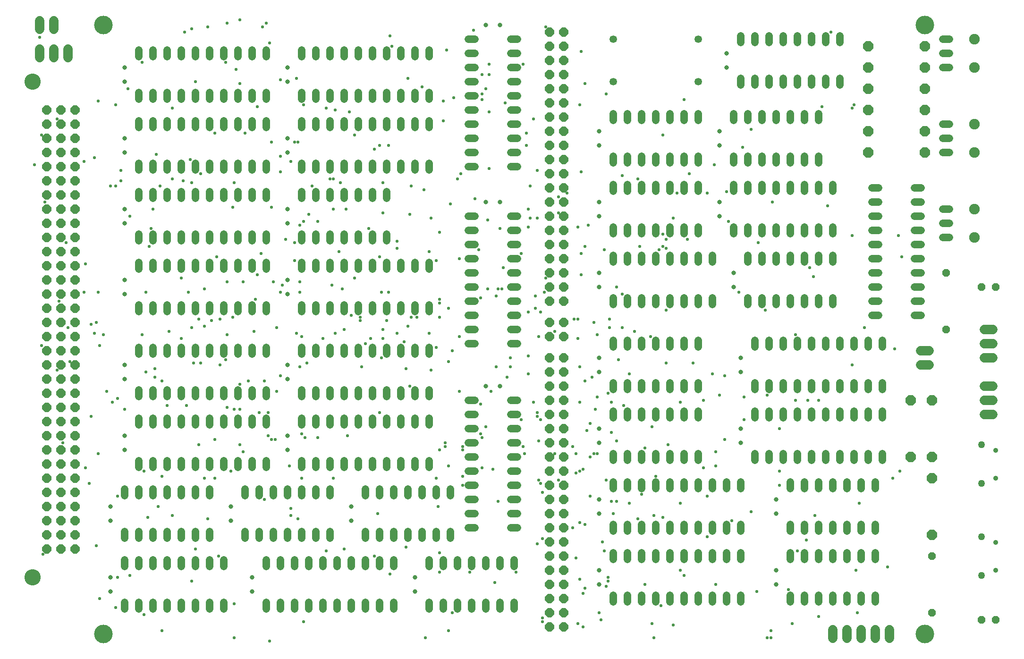
<source format=gbr>
G04 EAGLE Gerber RS-274X export*
G75*
%MOMM*%
%FSLAX34Y34*%
%LPD*%
%INSoldermask Top*%
%IPPOS*%
%AMOC8*
5,1,8,0,0,1.08239X$1,22.5*%
G01*
%ADD10C,3.327000*%
%ADD11C,1.346200*%
%ADD12C,1.346200*%
%ADD13P,1.951982X8X22.500000*%
%ADD14P,1.951982X8X202.500000*%
%ADD15C,1.905000*%
%ADD16C,0.803212*%
%ADD17C,1.651000*%
%ADD18P,1.951982X8X292.500000*%
%ADD19C,0.889000*%
%ADD20C,1.270000*%
%ADD21P,1.951982X8X112.500000*%
%ADD22P,1.457113X8X202.500000*%
%ADD23P,1.457113X8X292.500000*%
%ADD24P,1.787026X8X202.500000*%
%ADD25C,2.921000*%
%ADD26P,1.457113X8X112.500000*%
%ADD27P,1.787026X8X292.500000*%
%ADD28C,0.584200*%


D10*
X152400Y1117600D03*
X152400Y25400D03*
X1625600Y25400D03*
X1625600Y1117600D03*
D11*
X818896Y1092200D02*
X806704Y1092200D01*
X806704Y1066800D02*
X818896Y1066800D01*
X818896Y939800D02*
X806704Y939800D01*
X806704Y914400D02*
X818896Y914400D01*
X818896Y1041400D02*
X806704Y1041400D01*
X806704Y1016000D02*
X818896Y1016000D01*
X818896Y965200D02*
X806704Y965200D01*
X806704Y990600D02*
X818896Y990600D01*
X818896Y889000D02*
X806704Y889000D01*
X806704Y863600D02*
X818896Y863600D01*
X882904Y863600D02*
X895096Y863600D01*
X895096Y889000D02*
X882904Y889000D01*
X882904Y914400D02*
X895096Y914400D01*
X895096Y939800D02*
X882904Y939800D01*
X882904Y965200D02*
X895096Y965200D01*
X895096Y990600D02*
X882904Y990600D01*
X882904Y1016000D02*
X895096Y1016000D01*
X895096Y1041400D02*
X882904Y1041400D01*
X882904Y1066800D02*
X895096Y1066800D01*
X895096Y1092200D02*
X882904Y1092200D01*
X818896Y774700D02*
X806704Y774700D01*
X806704Y749300D02*
X818896Y749300D01*
X818896Y622300D02*
X806704Y622300D01*
X806704Y596900D02*
X818896Y596900D01*
X818896Y723900D02*
X806704Y723900D01*
X806704Y698500D02*
X818896Y698500D01*
X818896Y647700D02*
X806704Y647700D01*
X806704Y673100D02*
X818896Y673100D01*
X818896Y571500D02*
X806704Y571500D01*
X806704Y546100D02*
X818896Y546100D01*
X882904Y546100D02*
X895096Y546100D01*
X895096Y571500D02*
X882904Y571500D01*
X882904Y596900D02*
X895096Y596900D01*
X895096Y622300D02*
X882904Y622300D01*
X882904Y647700D02*
X895096Y647700D01*
X895096Y673100D02*
X882904Y673100D01*
X882904Y698500D02*
X895096Y698500D01*
X895096Y723900D02*
X882904Y723900D01*
X882904Y749300D02*
X895096Y749300D01*
X895096Y774700D02*
X882904Y774700D01*
X508000Y615696D02*
X508000Y603504D01*
X533400Y603504D02*
X533400Y615696D01*
X660400Y615696D02*
X660400Y603504D01*
X685800Y603504D02*
X685800Y615696D01*
X558800Y615696D02*
X558800Y603504D01*
X584200Y603504D02*
X584200Y615696D01*
X635000Y615696D02*
X635000Y603504D01*
X609600Y603504D02*
X609600Y615696D01*
X711200Y615696D02*
X711200Y603504D01*
X736600Y603504D02*
X736600Y615696D01*
X736600Y679704D02*
X736600Y691896D01*
X711200Y691896D02*
X711200Y679704D01*
X685800Y679704D02*
X685800Y691896D01*
X660400Y691896D02*
X660400Y679704D01*
X635000Y679704D02*
X635000Y691896D01*
X609600Y691896D02*
X609600Y679704D01*
X584200Y679704D02*
X584200Y691896D01*
X558800Y691896D02*
X558800Y679704D01*
X533400Y679704D02*
X533400Y691896D01*
X508000Y691896D02*
X508000Y679704D01*
X215900Y336296D02*
X215900Y324104D01*
X241300Y324104D02*
X241300Y336296D01*
X368300Y336296D02*
X368300Y324104D01*
X393700Y324104D02*
X393700Y336296D01*
X266700Y336296D02*
X266700Y324104D01*
X292100Y324104D02*
X292100Y336296D01*
X342900Y336296D02*
X342900Y324104D01*
X317500Y324104D02*
X317500Y336296D01*
X419100Y336296D02*
X419100Y324104D01*
X444500Y324104D02*
X444500Y336296D01*
X444500Y400304D02*
X444500Y412496D01*
X419100Y412496D02*
X419100Y400304D01*
X393700Y400304D02*
X393700Y412496D01*
X368300Y412496D02*
X368300Y400304D01*
X342900Y400304D02*
X342900Y412496D01*
X317500Y412496D02*
X317500Y400304D01*
X292100Y400304D02*
X292100Y412496D01*
X266700Y412496D02*
X266700Y400304D01*
X241300Y400304D02*
X241300Y412496D01*
X215900Y412496D02*
X215900Y400304D01*
X215900Y984504D02*
X215900Y996696D01*
X241300Y996696D02*
X241300Y984504D01*
X368300Y984504D02*
X368300Y996696D01*
X393700Y996696D02*
X393700Y984504D01*
X266700Y984504D02*
X266700Y996696D01*
X292100Y996696D02*
X292100Y984504D01*
X342900Y984504D02*
X342900Y996696D01*
X317500Y996696D02*
X317500Y984504D01*
X419100Y984504D02*
X419100Y996696D01*
X444500Y996696D02*
X444500Y984504D01*
X444500Y1060704D02*
X444500Y1072896D01*
X419100Y1072896D02*
X419100Y1060704D01*
X393700Y1060704D02*
X393700Y1072896D01*
X368300Y1072896D02*
X368300Y1060704D01*
X342900Y1060704D02*
X342900Y1072896D01*
X317500Y1072896D02*
X317500Y1060704D01*
X292100Y1060704D02*
X292100Y1072896D01*
X266700Y1072896D02*
X266700Y1060704D01*
X241300Y1060704D02*
X241300Y1072896D01*
X215900Y1072896D02*
X215900Y1060704D01*
X806704Y444500D02*
X818896Y444500D01*
X818896Y419100D02*
X806704Y419100D01*
X806704Y292100D02*
X818896Y292100D01*
X818896Y266700D02*
X806704Y266700D01*
X806704Y393700D02*
X818896Y393700D01*
X818896Y368300D02*
X806704Y368300D01*
X806704Y317500D02*
X818896Y317500D01*
X818896Y342900D02*
X806704Y342900D01*
X806704Y241300D02*
X818896Y241300D01*
X818896Y215900D02*
X806704Y215900D01*
X882904Y215900D02*
X895096Y215900D01*
X895096Y241300D02*
X882904Y241300D01*
X882904Y266700D02*
X895096Y266700D01*
X895096Y292100D02*
X882904Y292100D01*
X882904Y317500D02*
X895096Y317500D01*
X895096Y342900D02*
X882904Y342900D01*
X882904Y368300D02*
X895096Y368300D01*
X895096Y393700D02*
X882904Y393700D01*
X882904Y419100D02*
X895096Y419100D01*
X895096Y444500D02*
X882904Y444500D01*
X1066800Y221996D02*
X1066800Y209804D01*
X1092200Y209804D02*
X1092200Y221996D01*
X1219200Y221996D02*
X1219200Y209804D01*
X1244600Y209804D02*
X1244600Y221996D01*
X1117600Y221996D02*
X1117600Y209804D01*
X1143000Y209804D02*
X1143000Y221996D01*
X1193800Y221996D02*
X1193800Y209804D01*
X1168400Y209804D02*
X1168400Y221996D01*
X1270000Y221996D02*
X1270000Y209804D01*
X1295400Y209804D02*
X1295400Y221996D01*
X1295400Y286004D02*
X1295400Y298196D01*
X1270000Y298196D02*
X1270000Y286004D01*
X1244600Y286004D02*
X1244600Y298196D01*
X1219200Y298196D02*
X1219200Y286004D01*
X1193800Y286004D02*
X1193800Y298196D01*
X1168400Y298196D02*
X1168400Y286004D01*
X1143000Y286004D02*
X1143000Y298196D01*
X1117600Y298196D02*
X1117600Y286004D01*
X1092200Y286004D02*
X1092200Y298196D01*
X1066800Y298196D02*
X1066800Y286004D01*
X1066800Y94996D02*
X1066800Y82804D01*
X1092200Y82804D02*
X1092200Y94996D01*
X1219200Y94996D02*
X1219200Y82804D01*
X1244600Y82804D02*
X1244600Y94996D01*
X1117600Y94996D02*
X1117600Y82804D01*
X1143000Y82804D02*
X1143000Y94996D01*
X1193800Y94996D02*
X1193800Y82804D01*
X1168400Y82804D02*
X1168400Y94996D01*
X1270000Y94996D02*
X1270000Y82804D01*
X1295400Y82804D02*
X1295400Y94996D01*
X1295400Y159004D02*
X1295400Y171196D01*
X1270000Y171196D02*
X1270000Y159004D01*
X1244600Y159004D02*
X1244600Y171196D01*
X1219200Y171196D02*
X1219200Y159004D01*
X1193800Y159004D02*
X1193800Y171196D01*
X1168400Y171196D02*
X1168400Y159004D01*
X1143000Y159004D02*
X1143000Y171196D01*
X1117600Y171196D02*
X1117600Y159004D01*
X1092200Y159004D02*
X1092200Y171196D01*
X1066800Y171196D02*
X1066800Y159004D01*
X1295400Y1009904D02*
X1295400Y1022096D01*
X1320800Y1022096D02*
X1320800Y1009904D01*
X1447800Y1009904D02*
X1447800Y1022096D01*
X1473200Y1022096D02*
X1473200Y1009904D01*
X1346200Y1009904D02*
X1346200Y1022096D01*
X1371600Y1022096D02*
X1371600Y1009904D01*
X1422400Y1009904D02*
X1422400Y1022096D01*
X1397000Y1022096D02*
X1397000Y1009904D01*
X1473200Y1086104D02*
X1473200Y1098296D01*
X1447800Y1098296D02*
X1447800Y1086104D01*
X1422400Y1086104D02*
X1422400Y1098296D01*
X1397000Y1098296D02*
X1397000Y1086104D01*
X1371600Y1086104D02*
X1371600Y1098296D01*
X1346200Y1098296D02*
X1346200Y1086104D01*
X1320800Y1086104D02*
X1320800Y1098296D01*
X1295400Y1098296D02*
X1295400Y1086104D01*
X1282700Y755396D02*
X1282700Y743204D01*
X1308100Y743204D02*
X1308100Y755396D01*
X1435100Y755396D02*
X1435100Y743204D01*
X1460500Y743204D02*
X1460500Y755396D01*
X1333500Y755396D02*
X1333500Y743204D01*
X1358900Y743204D02*
X1358900Y755396D01*
X1409700Y755396D02*
X1409700Y743204D01*
X1384300Y743204D02*
X1384300Y755396D01*
X1460500Y819404D02*
X1460500Y831596D01*
X1435100Y831596D02*
X1435100Y819404D01*
X1409700Y819404D02*
X1409700Y831596D01*
X1384300Y831596D02*
X1384300Y819404D01*
X1358900Y819404D02*
X1358900Y831596D01*
X1333500Y831596D02*
X1333500Y819404D01*
X1308100Y819404D02*
X1308100Y831596D01*
X1282700Y831596D02*
X1282700Y819404D01*
X1320800Y475996D02*
X1320800Y463804D01*
X1346200Y463804D02*
X1346200Y475996D01*
X1473200Y475996D02*
X1473200Y463804D01*
X1498600Y463804D02*
X1498600Y475996D01*
X1371600Y475996D02*
X1371600Y463804D01*
X1397000Y463804D02*
X1397000Y475996D01*
X1447800Y475996D02*
X1447800Y463804D01*
X1422400Y463804D02*
X1422400Y475996D01*
X1524000Y475996D02*
X1524000Y463804D01*
X1549400Y463804D02*
X1549400Y475996D01*
X1549400Y540004D02*
X1549400Y552196D01*
X1524000Y552196D02*
X1524000Y540004D01*
X1498600Y540004D02*
X1498600Y552196D01*
X1473200Y552196D02*
X1473200Y540004D01*
X1447800Y540004D02*
X1447800Y552196D01*
X1422400Y552196D02*
X1422400Y540004D01*
X1397000Y540004D02*
X1397000Y552196D01*
X1371600Y552196D02*
X1371600Y540004D01*
X1346200Y540004D02*
X1346200Y552196D01*
X1320800Y552196D02*
X1320800Y540004D01*
X508000Y463296D02*
X508000Y451104D01*
X533400Y451104D02*
X533400Y463296D01*
X660400Y463296D02*
X660400Y451104D01*
X685800Y451104D02*
X685800Y463296D01*
X558800Y463296D02*
X558800Y451104D01*
X584200Y451104D02*
X584200Y463296D01*
X635000Y463296D02*
X635000Y451104D01*
X609600Y451104D02*
X609600Y463296D01*
X711200Y463296D02*
X711200Y451104D01*
X736600Y451104D02*
X736600Y463296D01*
X736600Y527304D02*
X736600Y539496D01*
X711200Y539496D02*
X711200Y527304D01*
X685800Y527304D02*
X685800Y539496D01*
X660400Y539496D02*
X660400Y527304D01*
X635000Y527304D02*
X635000Y539496D01*
X609600Y539496D02*
X609600Y527304D01*
X584200Y527304D02*
X584200Y539496D01*
X558800Y539496D02*
X558800Y527304D01*
X533400Y527304D02*
X533400Y539496D01*
X508000Y539496D02*
X508000Y527304D01*
X190500Y82296D02*
X190500Y70104D01*
X215900Y70104D02*
X215900Y82296D01*
X342900Y82296D02*
X342900Y70104D01*
X368300Y70104D02*
X368300Y82296D01*
X241300Y82296D02*
X241300Y70104D01*
X266700Y70104D02*
X266700Y82296D01*
X317500Y82296D02*
X317500Y70104D01*
X292100Y70104D02*
X292100Y82296D01*
X368300Y146304D02*
X368300Y158496D01*
X342900Y158496D02*
X342900Y146304D01*
X317500Y146304D02*
X317500Y158496D01*
X292100Y158496D02*
X292100Y146304D01*
X266700Y146304D02*
X266700Y158496D01*
X241300Y158496D02*
X241300Y146304D01*
X215900Y146304D02*
X215900Y158496D01*
X190500Y158496D02*
X190500Y146304D01*
X1066800Y616204D02*
X1066800Y628396D01*
X1092200Y628396D02*
X1092200Y616204D01*
X1219200Y616204D02*
X1219200Y628396D01*
X1244600Y628396D02*
X1244600Y616204D01*
X1117600Y616204D02*
X1117600Y628396D01*
X1143000Y628396D02*
X1143000Y616204D01*
X1193800Y616204D02*
X1193800Y628396D01*
X1168400Y628396D02*
X1168400Y616204D01*
X1244600Y692404D02*
X1244600Y704596D01*
X1219200Y704596D02*
X1219200Y692404D01*
X1193800Y692404D02*
X1193800Y704596D01*
X1168400Y704596D02*
X1168400Y692404D01*
X1143000Y692404D02*
X1143000Y704596D01*
X1117600Y704596D02*
X1117600Y692404D01*
X1092200Y692404D02*
X1092200Y704596D01*
X1066800Y704596D02*
X1066800Y692404D01*
X508000Y336296D02*
X508000Y324104D01*
X533400Y324104D02*
X533400Y336296D01*
X660400Y336296D02*
X660400Y324104D01*
X685800Y324104D02*
X685800Y336296D01*
X558800Y336296D02*
X558800Y324104D01*
X584200Y324104D02*
X584200Y336296D01*
X635000Y336296D02*
X635000Y324104D01*
X609600Y324104D02*
X609600Y336296D01*
X711200Y336296D02*
X711200Y324104D01*
X736600Y324104D02*
X736600Y336296D01*
X736600Y400304D02*
X736600Y412496D01*
X711200Y412496D02*
X711200Y400304D01*
X685800Y400304D02*
X685800Y412496D01*
X660400Y412496D02*
X660400Y400304D01*
X635000Y400304D02*
X635000Y412496D01*
X609600Y412496D02*
X609600Y400304D01*
X584200Y400304D02*
X584200Y412496D01*
X558800Y412496D02*
X558800Y400304D01*
X533400Y400304D02*
X533400Y412496D01*
X508000Y412496D02*
X508000Y400304D01*
X1066800Y870204D02*
X1066800Y882396D01*
X1092200Y882396D02*
X1092200Y870204D01*
X1219200Y870204D02*
X1219200Y882396D01*
X1219200Y946404D02*
X1219200Y958596D01*
X1117600Y882396D02*
X1117600Y870204D01*
X1143000Y870204D02*
X1143000Y882396D01*
X1193800Y882396D02*
X1193800Y870204D01*
X1168400Y870204D02*
X1168400Y882396D01*
X1193800Y946404D02*
X1193800Y958596D01*
X1168400Y958596D02*
X1168400Y946404D01*
X1143000Y946404D02*
X1143000Y958596D01*
X1117600Y958596D02*
X1117600Y946404D01*
X1092200Y946404D02*
X1092200Y958596D01*
X1066800Y958596D02*
X1066800Y946404D01*
X406400Y209296D02*
X406400Y197104D01*
X431800Y197104D02*
X431800Y209296D01*
X558800Y209296D02*
X558800Y197104D01*
X558800Y273304D02*
X558800Y285496D01*
X457200Y209296D02*
X457200Y197104D01*
X482600Y197104D02*
X482600Y209296D01*
X533400Y209296D02*
X533400Y197104D01*
X508000Y197104D02*
X508000Y209296D01*
X533400Y273304D02*
X533400Y285496D01*
X508000Y285496D02*
X508000Y273304D01*
X482600Y273304D02*
X482600Y285496D01*
X457200Y285496D02*
X457200Y273304D01*
X431800Y273304D02*
X431800Y285496D01*
X406400Y285496D02*
X406400Y273304D01*
X508000Y730504D02*
X508000Y742696D01*
X533400Y742696D02*
X533400Y730504D01*
X660400Y730504D02*
X660400Y742696D01*
X660400Y806704D02*
X660400Y818896D01*
X558800Y742696D02*
X558800Y730504D01*
X584200Y730504D02*
X584200Y742696D01*
X635000Y742696D02*
X635000Y730504D01*
X609600Y730504D02*
X609600Y742696D01*
X635000Y806704D02*
X635000Y818896D01*
X609600Y818896D02*
X609600Y806704D01*
X584200Y806704D02*
X584200Y818896D01*
X558800Y818896D02*
X558800Y806704D01*
X533400Y806704D02*
X533400Y818896D01*
X508000Y818896D02*
X508000Y806704D01*
D12*
X1066800Y1016000D03*
X1219200Y1016000D03*
X1219200Y1092200D03*
X1066800Y1092200D03*
D11*
X1320800Y348996D02*
X1320800Y336804D01*
X1346200Y336804D02*
X1346200Y348996D01*
X1473200Y348996D02*
X1473200Y336804D01*
X1498600Y336804D02*
X1498600Y348996D01*
X1371600Y348996D02*
X1371600Y336804D01*
X1397000Y336804D02*
X1397000Y348996D01*
X1447800Y348996D02*
X1447800Y336804D01*
X1422400Y336804D02*
X1422400Y348996D01*
X1524000Y348996D02*
X1524000Y336804D01*
X1549400Y336804D02*
X1549400Y348996D01*
X1549400Y413004D02*
X1549400Y425196D01*
X1524000Y425196D02*
X1524000Y413004D01*
X1498600Y413004D02*
X1498600Y425196D01*
X1473200Y425196D02*
X1473200Y413004D01*
X1447800Y413004D02*
X1447800Y425196D01*
X1422400Y425196D02*
X1422400Y413004D01*
X1397000Y413004D02*
X1397000Y425196D01*
X1371600Y425196D02*
X1371600Y413004D01*
X1346200Y413004D02*
X1346200Y425196D01*
X1320800Y425196D02*
X1320800Y413004D01*
X1066800Y743204D02*
X1066800Y755396D01*
X1092200Y755396D02*
X1092200Y743204D01*
X1219200Y743204D02*
X1219200Y755396D01*
X1219200Y819404D02*
X1219200Y831596D01*
X1117600Y755396D02*
X1117600Y743204D01*
X1143000Y743204D02*
X1143000Y755396D01*
X1193800Y755396D02*
X1193800Y743204D01*
X1168400Y743204D02*
X1168400Y755396D01*
X1193800Y819404D02*
X1193800Y831596D01*
X1168400Y831596D02*
X1168400Y819404D01*
X1143000Y819404D02*
X1143000Y831596D01*
X1117600Y831596D02*
X1117600Y819404D01*
X1092200Y819404D02*
X1092200Y831596D01*
X1066800Y831596D02*
X1066800Y819404D01*
X1282700Y870204D02*
X1282700Y882396D01*
X1308100Y882396D02*
X1308100Y870204D01*
X1435100Y870204D02*
X1435100Y882396D01*
X1435100Y946404D02*
X1435100Y958596D01*
X1333500Y882396D02*
X1333500Y870204D01*
X1358900Y870204D02*
X1358900Y882396D01*
X1409700Y882396D02*
X1409700Y870204D01*
X1384300Y870204D02*
X1384300Y882396D01*
X1409700Y946404D02*
X1409700Y958596D01*
X1384300Y958596D02*
X1384300Y946404D01*
X1358900Y946404D02*
X1358900Y958596D01*
X1333500Y958596D02*
X1333500Y946404D01*
X1308100Y946404D02*
X1308100Y958596D01*
X1282700Y958596D02*
X1282700Y946404D01*
D13*
X1524000Y927100D03*
X1625600Y927100D03*
D14*
X1625600Y889000D03*
X1524000Y889000D03*
D11*
X190500Y209296D02*
X190500Y197104D01*
X215900Y197104D02*
X215900Y209296D01*
X342900Y209296D02*
X342900Y197104D01*
X342900Y273304D02*
X342900Y285496D01*
X241300Y209296D02*
X241300Y197104D01*
X266700Y197104D02*
X266700Y209296D01*
X317500Y209296D02*
X317500Y197104D01*
X292100Y197104D02*
X292100Y209296D01*
X317500Y273304D02*
X317500Y285496D01*
X292100Y285496D02*
X292100Y273304D01*
X266700Y273304D02*
X266700Y285496D01*
X241300Y285496D02*
X241300Y273304D01*
X215900Y273304D02*
X215900Y285496D01*
X190500Y285496D02*
X190500Y273304D01*
X1384300Y221996D02*
X1384300Y209804D01*
X1409700Y209804D02*
X1409700Y221996D01*
X1536700Y221996D02*
X1536700Y209804D01*
X1536700Y286004D02*
X1536700Y298196D01*
X1435100Y221996D02*
X1435100Y209804D01*
X1460500Y209804D02*
X1460500Y221996D01*
X1511300Y221996D02*
X1511300Y209804D01*
X1485900Y209804D02*
X1485900Y221996D01*
X1511300Y286004D02*
X1511300Y298196D01*
X1485900Y298196D02*
X1485900Y286004D01*
X1460500Y286004D02*
X1460500Y298196D01*
X1435100Y298196D02*
X1435100Y286004D01*
X1409700Y286004D02*
X1409700Y298196D01*
X1384300Y298196D02*
X1384300Y286004D01*
D13*
X1524000Y1079500D03*
X1625600Y1079500D03*
X1524000Y1041400D03*
X1625600Y1041400D03*
D11*
X1657604Y1092200D02*
X1669796Y1092200D01*
X1669796Y1066800D02*
X1657604Y1066800D01*
X1657604Y1041400D02*
X1669796Y1041400D01*
D15*
X1714500Y1092200D03*
X1714500Y1041400D03*
D13*
X1524000Y1003300D03*
X1625600Y1003300D03*
D14*
X1625600Y965200D03*
X1524000Y965200D03*
D11*
X1657604Y939800D02*
X1669796Y939800D01*
X1669796Y914400D02*
X1657604Y914400D01*
X1657604Y889000D02*
X1669796Y889000D01*
D15*
X1714500Y939800D03*
X1714500Y889000D03*
D11*
X736600Y82296D02*
X736600Y70104D01*
X762000Y70104D02*
X762000Y82296D01*
X889000Y82296D02*
X889000Y70104D01*
X889000Y146304D02*
X889000Y158496D01*
X787400Y82296D02*
X787400Y70104D01*
X812800Y70104D02*
X812800Y82296D01*
X863600Y82296D02*
X863600Y70104D01*
X838200Y70104D02*
X838200Y82296D01*
X863600Y146304D02*
X863600Y158496D01*
X838200Y158496D02*
X838200Y146304D01*
X812800Y146304D02*
X812800Y158496D01*
X787400Y158496D02*
X787400Y146304D01*
X762000Y146304D02*
X762000Y158496D01*
X736600Y158496D02*
X736600Y146304D01*
X1066800Y463804D02*
X1066800Y475996D01*
X1092200Y475996D02*
X1092200Y463804D01*
X1219200Y463804D02*
X1219200Y475996D01*
X1219200Y540004D02*
X1219200Y552196D01*
X1117600Y475996D02*
X1117600Y463804D01*
X1143000Y463804D02*
X1143000Y475996D01*
X1193800Y475996D02*
X1193800Y463804D01*
X1168400Y463804D02*
X1168400Y475996D01*
X1193800Y540004D02*
X1193800Y552196D01*
X1168400Y552196D02*
X1168400Y540004D01*
X1143000Y540004D02*
X1143000Y552196D01*
X1117600Y552196D02*
X1117600Y540004D01*
X1092200Y540004D02*
X1092200Y552196D01*
X1066800Y552196D02*
X1066800Y540004D01*
X508000Y984504D02*
X508000Y996696D01*
X533400Y996696D02*
X533400Y984504D01*
X660400Y984504D02*
X660400Y996696D01*
X685800Y996696D02*
X685800Y984504D01*
X558800Y984504D02*
X558800Y996696D01*
X584200Y996696D02*
X584200Y984504D01*
X635000Y984504D02*
X635000Y996696D01*
X609600Y996696D02*
X609600Y984504D01*
X711200Y984504D02*
X711200Y996696D01*
X736600Y996696D02*
X736600Y984504D01*
X736600Y1060704D02*
X736600Y1072896D01*
X711200Y1072896D02*
X711200Y1060704D01*
X685800Y1060704D02*
X685800Y1072896D01*
X660400Y1072896D02*
X660400Y1060704D01*
X635000Y1060704D02*
X635000Y1072896D01*
X609600Y1072896D02*
X609600Y1060704D01*
X584200Y1060704D02*
X584200Y1072896D01*
X558800Y1072896D02*
X558800Y1060704D01*
X533400Y1060704D02*
X533400Y1072896D01*
X508000Y1072896D02*
X508000Y1060704D01*
X508000Y869696D02*
X508000Y857504D01*
X533400Y857504D02*
X533400Y869696D01*
X660400Y869696D02*
X660400Y857504D01*
X685800Y857504D02*
X685800Y869696D01*
X558800Y869696D02*
X558800Y857504D01*
X584200Y857504D02*
X584200Y869696D01*
X635000Y869696D02*
X635000Y857504D01*
X609600Y857504D02*
X609600Y869696D01*
X711200Y869696D02*
X711200Y857504D01*
X736600Y857504D02*
X736600Y869696D01*
X736600Y933704D02*
X736600Y945896D01*
X711200Y945896D02*
X711200Y933704D01*
X685800Y933704D02*
X685800Y945896D01*
X660400Y945896D02*
X660400Y933704D01*
X635000Y933704D02*
X635000Y945896D01*
X609600Y945896D02*
X609600Y933704D01*
X584200Y933704D02*
X584200Y945896D01*
X558800Y945896D02*
X558800Y933704D01*
X533400Y933704D02*
X533400Y945896D01*
X508000Y945896D02*
X508000Y933704D01*
X1066800Y348996D02*
X1066800Y336804D01*
X1092200Y336804D02*
X1092200Y348996D01*
X1219200Y348996D02*
X1219200Y336804D01*
X1219200Y413004D02*
X1219200Y425196D01*
X1117600Y348996D02*
X1117600Y336804D01*
X1143000Y336804D02*
X1143000Y348996D01*
X1193800Y348996D02*
X1193800Y336804D01*
X1168400Y336804D02*
X1168400Y348996D01*
X1193800Y413004D02*
X1193800Y425196D01*
X1168400Y425196D02*
X1168400Y413004D01*
X1143000Y413004D02*
X1143000Y425196D01*
X1117600Y425196D02*
X1117600Y413004D01*
X1092200Y413004D02*
X1092200Y425196D01*
X1066800Y425196D02*
X1066800Y413004D01*
X1308100Y616204D02*
X1308100Y628396D01*
X1333500Y628396D02*
X1333500Y616204D01*
X1460500Y616204D02*
X1460500Y628396D01*
X1460500Y692404D02*
X1460500Y704596D01*
X1358900Y628396D02*
X1358900Y616204D01*
X1384300Y616204D02*
X1384300Y628396D01*
X1435100Y628396D02*
X1435100Y616204D01*
X1409700Y616204D02*
X1409700Y628396D01*
X1435100Y692404D02*
X1435100Y704596D01*
X1409700Y704596D02*
X1409700Y692404D01*
X1384300Y692404D02*
X1384300Y704596D01*
X1358900Y704596D02*
X1358900Y692404D01*
X1333500Y692404D02*
X1333500Y704596D01*
X1308100Y704596D02*
X1308100Y692404D01*
X215900Y857504D02*
X215900Y869696D01*
X241300Y869696D02*
X241300Y857504D01*
X368300Y857504D02*
X368300Y869696D01*
X393700Y869696D02*
X393700Y857504D01*
X266700Y857504D02*
X266700Y869696D01*
X292100Y869696D02*
X292100Y857504D01*
X342900Y857504D02*
X342900Y869696D01*
X317500Y869696D02*
X317500Y857504D01*
X419100Y857504D02*
X419100Y869696D01*
X444500Y869696D02*
X444500Y857504D01*
X444500Y933704D02*
X444500Y945896D01*
X419100Y945896D02*
X419100Y933704D01*
X393700Y933704D02*
X393700Y945896D01*
X368300Y945896D02*
X368300Y933704D01*
X342900Y933704D02*
X342900Y945896D01*
X317500Y945896D02*
X317500Y933704D01*
X292100Y933704D02*
X292100Y945896D01*
X266700Y945896D02*
X266700Y933704D01*
X241300Y933704D02*
X241300Y945896D01*
X215900Y945896D02*
X215900Y933704D01*
X215900Y742696D02*
X215900Y730504D01*
X241300Y730504D02*
X241300Y742696D01*
X368300Y742696D02*
X368300Y730504D01*
X393700Y730504D02*
X393700Y742696D01*
X266700Y742696D02*
X266700Y730504D01*
X292100Y730504D02*
X292100Y742696D01*
X342900Y742696D02*
X342900Y730504D01*
X317500Y730504D02*
X317500Y742696D01*
X419100Y742696D02*
X419100Y730504D01*
X444500Y730504D02*
X444500Y742696D01*
X444500Y806704D02*
X444500Y818896D01*
X419100Y818896D02*
X419100Y806704D01*
X393700Y806704D02*
X393700Y818896D01*
X368300Y818896D02*
X368300Y806704D01*
X342900Y806704D02*
X342900Y818896D01*
X317500Y818896D02*
X317500Y806704D01*
X292100Y806704D02*
X292100Y818896D01*
X266700Y818896D02*
X266700Y806704D01*
X241300Y806704D02*
X241300Y818896D01*
X215900Y818896D02*
X215900Y806704D01*
X215900Y615696D02*
X215900Y603504D01*
X241300Y603504D02*
X241300Y615696D01*
X368300Y615696D02*
X368300Y603504D01*
X393700Y603504D02*
X393700Y615696D01*
X266700Y615696D02*
X266700Y603504D01*
X292100Y603504D02*
X292100Y615696D01*
X342900Y615696D02*
X342900Y603504D01*
X317500Y603504D02*
X317500Y615696D01*
X419100Y615696D02*
X419100Y603504D01*
X444500Y603504D02*
X444500Y615696D01*
X444500Y679704D02*
X444500Y691896D01*
X419100Y691896D02*
X419100Y679704D01*
X393700Y679704D02*
X393700Y691896D01*
X368300Y691896D02*
X368300Y679704D01*
X342900Y679704D02*
X342900Y691896D01*
X317500Y691896D02*
X317500Y679704D01*
X292100Y679704D02*
X292100Y691896D01*
X266700Y691896D02*
X266700Y679704D01*
X241300Y679704D02*
X241300Y691896D01*
X215900Y691896D02*
X215900Y679704D01*
D16*
X1041400Y139700D03*
X1041400Y114300D03*
X1041400Y266700D03*
X1041400Y241300D03*
X1041400Y393700D03*
X1041400Y368300D03*
X419100Y127000D03*
X419100Y101600D03*
X1282700Y673100D03*
X1282700Y647700D03*
X1295400Y520700D03*
X1295400Y495300D03*
X1041400Y673100D03*
X1041400Y647700D03*
X1041400Y800100D03*
X1041400Y774700D03*
X838200Y469900D03*
X863600Y469900D03*
X482600Y381000D03*
X482600Y355600D03*
X863600Y1117600D03*
X838200Y1117600D03*
X381000Y254000D03*
X381000Y228600D03*
X838200Y800100D03*
X863600Y800100D03*
X711200Y101600D03*
X711200Y127000D03*
X482600Y508000D03*
X482600Y482600D03*
X482600Y660400D03*
X482600Y635000D03*
X482600Y787400D03*
X482600Y762000D03*
X482600Y914400D03*
X482600Y889000D03*
X190500Y1041400D03*
X190500Y1016000D03*
X482600Y1041400D03*
X482600Y1016000D03*
X190500Y914400D03*
X190500Y889000D03*
X190500Y787400D03*
X190500Y762000D03*
X190500Y660400D03*
X190500Y635000D03*
X190500Y508000D03*
X190500Y482600D03*
D11*
X215900Y463296D02*
X215900Y451104D01*
X241300Y451104D02*
X241300Y463296D01*
X368300Y463296D02*
X368300Y451104D01*
X393700Y451104D02*
X393700Y463296D01*
X266700Y463296D02*
X266700Y451104D01*
X292100Y451104D02*
X292100Y463296D01*
X342900Y463296D02*
X342900Y451104D01*
X317500Y451104D02*
X317500Y463296D01*
X419100Y463296D02*
X419100Y451104D01*
X444500Y451104D02*
X444500Y463296D01*
X444500Y527304D02*
X444500Y539496D01*
X419100Y539496D02*
X419100Y527304D01*
X393700Y527304D02*
X393700Y539496D01*
X368300Y539496D02*
X368300Y527304D01*
X342900Y527304D02*
X342900Y539496D01*
X317500Y539496D02*
X317500Y527304D01*
X292100Y527304D02*
X292100Y539496D01*
X266700Y539496D02*
X266700Y527304D01*
X241300Y527304D02*
X241300Y539496D01*
X215900Y539496D02*
X215900Y527304D01*
X444500Y82296D02*
X444500Y70104D01*
X469900Y70104D02*
X469900Y82296D01*
X596900Y82296D02*
X596900Y70104D01*
X622300Y70104D02*
X622300Y82296D01*
X495300Y82296D02*
X495300Y70104D01*
X520700Y70104D02*
X520700Y82296D01*
X571500Y82296D02*
X571500Y70104D01*
X546100Y70104D02*
X546100Y82296D01*
X647700Y82296D02*
X647700Y70104D01*
X673100Y70104D02*
X673100Y82296D01*
X673100Y146304D02*
X673100Y158496D01*
X647700Y158496D02*
X647700Y146304D01*
X622300Y146304D02*
X622300Y158496D01*
X596900Y158496D02*
X596900Y146304D01*
X571500Y146304D02*
X571500Y158496D01*
X546100Y158496D02*
X546100Y146304D01*
X520700Y146304D02*
X520700Y158496D01*
X495300Y158496D02*
X495300Y146304D01*
X469900Y146304D02*
X469900Y158496D01*
X444500Y158496D02*
X444500Y146304D01*
D16*
X1295400Y393700D03*
X1295400Y368300D03*
X1041400Y520700D03*
X1041400Y495300D03*
X190500Y381000D03*
X190500Y355600D03*
X165100Y254000D03*
X165100Y228600D03*
X165100Y127000D03*
X165100Y101600D03*
X1358900Y266700D03*
X1358900Y241300D03*
X1041400Y927100D03*
X1041400Y901700D03*
X1257300Y927100D03*
X1257300Y901700D03*
X1257300Y800100D03*
X1257300Y774700D03*
X1270000Y1066800D03*
X1270000Y1041400D03*
D11*
X1657604Y787400D02*
X1669796Y787400D01*
X1669796Y762000D02*
X1657604Y762000D01*
X1657604Y736600D02*
X1669796Y736600D01*
D15*
X1714500Y787400D03*
X1714500Y736600D03*
D11*
X1384300Y94996D02*
X1384300Y82804D01*
X1409700Y82804D02*
X1409700Y94996D01*
X1536700Y94996D02*
X1536700Y82804D01*
X1536700Y159004D02*
X1536700Y171196D01*
X1435100Y94996D02*
X1435100Y82804D01*
X1460500Y82804D02*
X1460500Y94996D01*
X1511300Y94996D02*
X1511300Y82804D01*
X1485900Y82804D02*
X1485900Y94996D01*
X1511300Y159004D02*
X1511300Y171196D01*
X1485900Y171196D02*
X1485900Y159004D01*
X1460500Y159004D02*
X1460500Y171196D01*
X1435100Y171196D02*
X1435100Y159004D01*
X1409700Y159004D02*
X1409700Y171196D01*
X1384300Y171196D02*
X1384300Y159004D01*
D17*
X1460500Y33020D02*
X1460500Y17780D01*
X1485900Y17780D02*
X1485900Y33020D01*
X1511300Y33020D02*
X1511300Y17780D01*
X1536700Y17780D02*
X1536700Y33020D01*
X1562100Y33020D02*
X1562100Y17780D01*
D16*
X1358900Y139700D03*
X1358900Y114300D03*
D18*
X1638300Y444500D03*
X1638300Y342900D03*
D11*
X622300Y209296D02*
X622300Y197104D01*
X647700Y197104D02*
X647700Y209296D01*
X774700Y209296D02*
X774700Y197104D01*
X774700Y273304D02*
X774700Y285496D01*
X673100Y209296D02*
X673100Y197104D01*
X698500Y197104D02*
X698500Y209296D01*
X749300Y209296D02*
X749300Y197104D01*
X723900Y197104D02*
X723900Y209296D01*
X749300Y273304D02*
X749300Y285496D01*
X723900Y285496D02*
X723900Y273304D01*
X698500Y273304D02*
X698500Y285496D01*
X673100Y285496D02*
X673100Y273304D01*
X647700Y273304D02*
X647700Y285496D01*
X622300Y285496D02*
X622300Y273304D01*
D19*
X1752600Y355200D03*
X1752600Y305200D03*
D20*
X1727600Y295200D03*
X1727600Y365200D03*
D21*
X1600200Y342900D03*
X1600200Y444500D03*
D19*
X1752600Y190100D03*
X1752600Y140100D03*
D20*
X1727600Y130100D03*
X1727600Y200100D03*
D21*
X1638300Y203200D03*
X1638300Y304800D03*
D22*
X1752600Y647700D03*
X1727200Y647700D03*
D23*
X1663700Y673100D03*
X1663700Y571500D03*
D16*
X596900Y228600D03*
X596900Y254000D03*
D24*
X50800Y177800D03*
X50800Y203200D03*
X50800Y228600D03*
X50800Y254000D03*
X50800Y279400D03*
X50800Y304800D03*
X50800Y330200D03*
X50800Y355600D03*
X50800Y381000D03*
X50800Y406400D03*
X50800Y431800D03*
X50800Y457200D03*
X50800Y482600D03*
X50800Y508000D03*
X50800Y533400D03*
X50800Y558800D03*
X76200Y177800D03*
X76200Y203200D03*
X76200Y228600D03*
X76200Y254000D03*
X76200Y279400D03*
X76200Y304800D03*
X76200Y330200D03*
X76200Y355600D03*
X76200Y381000D03*
X76200Y406400D03*
X76200Y431800D03*
X76200Y457200D03*
X76200Y482600D03*
X76200Y508000D03*
X76200Y533400D03*
X76200Y558800D03*
X101600Y177800D03*
X101600Y203200D03*
X101600Y228600D03*
X101600Y254000D03*
X101600Y279400D03*
X101600Y304800D03*
X101600Y330200D03*
X101600Y355600D03*
X101600Y381000D03*
X101600Y406400D03*
X101600Y431800D03*
X101600Y457200D03*
X101600Y482600D03*
X101600Y508000D03*
X101600Y533400D03*
X101600Y558800D03*
X50800Y584200D03*
X50800Y609600D03*
X50800Y635000D03*
X50800Y660400D03*
X50800Y685800D03*
X50800Y711200D03*
X50800Y736600D03*
X50800Y762000D03*
X50800Y787400D03*
X50800Y812800D03*
X50800Y838200D03*
X50800Y863600D03*
X50800Y889000D03*
X50800Y914400D03*
X50800Y939800D03*
X50800Y965200D03*
X76200Y584200D03*
X76200Y609600D03*
X76200Y635000D03*
X76200Y660400D03*
X76200Y685800D03*
X76200Y711200D03*
X76200Y736600D03*
X76200Y762000D03*
X76200Y787400D03*
X76200Y812800D03*
X76200Y838200D03*
X76200Y863600D03*
X76200Y889000D03*
X76200Y914400D03*
X76200Y939800D03*
X76200Y965200D03*
X101600Y584200D03*
X101600Y609600D03*
X101600Y635000D03*
X101600Y660400D03*
X101600Y685800D03*
X101600Y711200D03*
X101600Y736600D03*
X101600Y762000D03*
X101600Y787400D03*
X101600Y812800D03*
X101600Y838200D03*
X101600Y863600D03*
X101600Y889000D03*
X101600Y914400D03*
X101600Y939800D03*
X101600Y965200D03*
D25*
X25400Y1016064D03*
X25400Y126936D03*
D22*
X1752600Y50800D03*
X1727200Y50800D03*
D26*
X1638300Y63500D03*
X1638300Y165100D03*
D27*
X952500Y1104900D03*
X952500Y1079500D03*
X952500Y1054100D03*
X952500Y1028700D03*
X952500Y1003300D03*
X952500Y977900D03*
X977900Y1104900D03*
X977900Y1079500D03*
X977900Y1054100D03*
X977900Y1028700D03*
X977900Y1003300D03*
X977900Y977900D03*
X952500Y952500D03*
X977900Y952500D03*
X952500Y927100D03*
X952500Y901700D03*
X952500Y876300D03*
X952500Y850900D03*
X952500Y825500D03*
X952500Y800100D03*
X977900Y927100D03*
X977900Y901700D03*
X977900Y876300D03*
X977900Y850900D03*
X977900Y825500D03*
X977900Y800100D03*
X952500Y774700D03*
X977900Y774700D03*
X952500Y749300D03*
X952500Y723900D03*
X952500Y698500D03*
X952500Y673100D03*
X952500Y647700D03*
X952500Y622300D03*
X977900Y749300D03*
X977900Y723900D03*
X977900Y698500D03*
X977900Y673100D03*
X977900Y647700D03*
X977900Y622300D03*
X952500Y520700D03*
X952500Y495300D03*
X952500Y469900D03*
X952500Y444500D03*
X952500Y419100D03*
X952500Y393700D03*
X977900Y520700D03*
X977900Y495300D03*
X977900Y469900D03*
X977900Y444500D03*
X977900Y419100D03*
X977900Y393700D03*
X952500Y368300D03*
X977900Y368300D03*
X952500Y342900D03*
X952500Y317500D03*
X952500Y292100D03*
X952500Y266700D03*
X952500Y241300D03*
X952500Y215900D03*
X977900Y342900D03*
X977900Y317500D03*
X977900Y292100D03*
X977900Y266700D03*
X977900Y241300D03*
X977900Y215900D03*
X952500Y190500D03*
X977900Y190500D03*
X952500Y165100D03*
X952500Y139700D03*
X952500Y114300D03*
X952500Y88900D03*
X952500Y63500D03*
X952500Y38100D03*
X977900Y165100D03*
X977900Y139700D03*
X977900Y114300D03*
X977900Y88900D03*
X977900Y63500D03*
X977900Y38100D03*
X952500Y584200D03*
X977900Y584200D03*
X952500Y558800D03*
X977900Y558800D03*
D11*
X1530604Y825500D02*
X1542796Y825500D01*
X1542796Y800100D02*
X1530604Y800100D01*
X1530604Y673100D02*
X1542796Y673100D01*
X1542796Y647700D02*
X1530604Y647700D01*
X1530604Y774700D02*
X1542796Y774700D01*
X1542796Y749300D02*
X1530604Y749300D01*
X1530604Y698500D02*
X1542796Y698500D01*
X1542796Y723900D02*
X1530604Y723900D01*
X1530604Y622300D02*
X1542796Y622300D01*
X1542796Y596900D02*
X1530604Y596900D01*
X1606804Y596900D02*
X1618996Y596900D01*
X1618996Y622300D02*
X1606804Y622300D01*
X1606804Y647700D02*
X1618996Y647700D01*
X1618996Y673100D02*
X1606804Y673100D01*
X1606804Y698500D02*
X1618996Y698500D01*
X1618996Y723900D02*
X1606804Y723900D01*
X1606804Y749300D02*
X1618996Y749300D01*
X1618996Y774700D02*
X1606804Y774700D01*
X1606804Y800100D02*
X1618996Y800100D01*
X1618996Y825500D02*
X1606804Y825500D01*
D17*
X88900Y1059180D02*
X88900Y1074420D01*
X63500Y1074420D02*
X63500Y1059180D01*
X38100Y1059180D02*
X38100Y1074420D01*
X1732280Y520700D02*
X1747520Y520700D01*
X1747520Y546100D02*
X1732280Y546100D01*
X1732280Y571500D02*
X1747520Y571500D01*
X1747520Y469900D02*
X1732280Y469900D01*
X1732280Y444500D02*
X1747520Y444500D01*
X1747520Y419100D02*
X1732280Y419100D01*
X1633220Y508000D02*
X1617980Y508000D01*
X1617980Y533400D02*
X1633220Y533400D01*
X63500Y1109980D02*
X63500Y1125220D01*
X38100Y1125220D02*
X38100Y1109980D01*
D28*
X1416050Y444500D03*
X1038225Y450850D03*
X1019175Y390525D03*
X996950Y590550D03*
X1301750Y450850D03*
X1266825Y374650D03*
X1038225Y349250D03*
X1025525Y273050D03*
X1063625Y387350D03*
X1504950Y63500D03*
X1041400Y63500D03*
X1000125Y161925D03*
X1365250Y292100D03*
X1323975Y101600D03*
X1365250Y317500D03*
X1063625Y263525D03*
X1003300Y555625D03*
X1000125Y349250D03*
X1073150Y371475D03*
X1054100Y301625D03*
X1365250Y393700D03*
X993775Y361950D03*
X1301750Y409575D03*
X1279525Y228600D03*
X1501775Y139700D03*
X1057275Y120650D03*
X1025525Y342900D03*
X933450Y301625D03*
X723900Y1006475D03*
X727075Y822325D03*
X984250Y815975D03*
X857250Y631825D03*
X866775Y644525D03*
X828675Y628650D03*
X841375Y644525D03*
X1006475Y974725D03*
X41275Y542925D03*
X257175Y479425D03*
X558800Y841375D03*
X276225Y841375D03*
X301625Y434975D03*
X295275Y838200D03*
X577850Y835025D03*
X574675Y711200D03*
X374650Y431800D03*
X355600Y701675D03*
X654050Y835025D03*
X387350Y835025D03*
X396875Y428625D03*
X647700Y422275D03*
X679450Y717550D03*
X622300Y546100D03*
X692150Y549275D03*
X374650Y561975D03*
X679450Y565150D03*
X568325Y565150D03*
X568325Y965200D03*
X631825Y555625D03*
X292100Y555625D03*
X41275Y920750D03*
X546100Y555625D03*
X593725Y962025D03*
X584200Y571500D03*
X269875Y568325D03*
X254000Y828675D03*
X498475Y565150D03*
X552450Y968375D03*
X276225Y968375D03*
X234950Y720725D03*
X327025Y850900D03*
X333375Y577850D03*
X612775Y587375D03*
X136525Y879475D03*
X139700Y584200D03*
X441325Y479425D03*
X454025Y790575D03*
X704850Y828675D03*
X47625Y800100D03*
X403225Y352425D03*
X698500Y577850D03*
X422275Y568325D03*
X352425Y374650D03*
X79375Y368300D03*
X612775Y593725D03*
X346075Y587375D03*
X314325Y511175D03*
X92075Y514350D03*
X596900Y596900D03*
X361950Y590550D03*
X361950Y508000D03*
X225425Y317500D03*
X517525Y511175D03*
X244475Y501650D03*
X1155700Y742950D03*
X1155700Y720725D03*
X511175Y974725D03*
X520700Y777875D03*
X739775Y771525D03*
X749300Y695325D03*
X390525Y1038225D03*
X69850Y949325D03*
X374650Y1120775D03*
X946150Y1114425D03*
X771525Y327025D03*
X771525Y514350D03*
X504825Y504825D03*
X339725Y1114425D03*
X444500Y1120775D03*
X882650Y520700D03*
X1139825Y238125D03*
X993775Y215900D03*
X1181100Y815975D03*
X1343025Y454025D03*
X1339850Y606425D03*
X1495425Y739775D03*
X1393825Y561975D03*
X1000125Y314325D03*
X714375Y593725D03*
X701675Y469900D03*
X936625Y603250D03*
X914400Y523875D03*
X615950Y504825D03*
X1162050Y606425D03*
X660400Y587375D03*
X1133475Y558800D03*
X311150Y120650D03*
X666750Y133350D03*
X511175Y47625D03*
X317500Y177800D03*
X584200Y177800D03*
X552450Y174625D03*
X339725Y231775D03*
X939800Y279400D03*
X755650Y171450D03*
X787400Y841375D03*
X1111250Y841375D03*
X1450975Y793750D03*
X333375Y644525D03*
X603250Y663575D03*
X352425Y304800D03*
X508000Y304800D03*
X565150Y841375D03*
X511175Y765175D03*
X914400Y787400D03*
X930275Y857250D03*
X266700Y434975D03*
X130175Y415925D03*
X130175Y581025D03*
X323850Y590550D03*
X177800Y447675D03*
X174625Y828675D03*
X1343025Y19050D03*
X730250Y19050D03*
X412750Y479425D03*
X1349375Y19050D03*
X450850Y12700D03*
X371475Y517525D03*
X1162050Y717550D03*
X1162050Y733425D03*
X504825Y758825D03*
X479425Y733425D03*
X88900Y574675D03*
X311150Y574675D03*
X749300Y539750D03*
X749300Y304800D03*
X565150Y304800D03*
X165100Y828675D03*
X190500Y428625D03*
X431800Y422275D03*
X838200Y1003300D03*
X911225Y923925D03*
X927100Y631825D03*
X927100Y609600D03*
X914400Y603250D03*
X930275Y771525D03*
X1117600Y276225D03*
X311150Y1111250D03*
X438150Y1114425D03*
X736600Y565150D03*
X933450Y558800D03*
X828675Y384175D03*
X930275Y415925D03*
X930275Y422275D03*
X869950Y682625D03*
X1006475Y317500D03*
X1006475Y225425D03*
X434975Y708025D03*
X736600Y711200D03*
X1082675Y847725D03*
X28575Y866775D03*
X1009650Y854075D03*
X1009650Y1069975D03*
X38100Y1095375D03*
X508000Y384175D03*
X968375Y781050D03*
X962025Y349250D03*
X1250950Y327025D03*
X1250950Y352425D03*
X1082675Y635000D03*
X1517650Y574675D03*
X1003300Y44450D03*
X1012825Y38100D03*
X1174750Y41275D03*
X387350Y19050D03*
X1139825Y19050D03*
X387350Y79375D03*
X1012825Y98425D03*
X1054100Y111125D03*
X1381125Y104775D03*
X257175Y31750D03*
X1349375Y31750D03*
X1066800Y241300D03*
X1314450Y244475D03*
X508000Y558800D03*
X222250Y561975D03*
X184150Y857250D03*
X790575Y558800D03*
X831850Y984250D03*
X1419225Y682625D03*
X1149350Y714375D03*
X1203325Y850900D03*
X1174750Y771525D03*
X1352550Y800100D03*
X1155700Y920750D03*
X1314450Y930275D03*
X1095375Y492125D03*
X1244600Y492125D03*
X1273175Y765175D03*
X1200150Y733425D03*
X1050925Y714375D03*
X1038225Y561975D03*
X654050Y555625D03*
X650875Y520700D03*
X327025Y511175D03*
X1581150Y317500D03*
X1568450Y304800D03*
X1412875Y193675D03*
X1441450Y971550D03*
X908050Y349250D03*
X1257300Y454025D03*
X1057275Y457200D03*
X1028700Y485775D03*
X1165225Y365125D03*
X1228725Y444500D03*
X1393825Y444500D03*
X257175Y307975D03*
X796925Y307975D03*
X796925Y355600D03*
X1025525Y403225D03*
X1063625Y441325D03*
X1435100Y444500D03*
X374650Y657225D03*
X406400Y923925D03*
X469900Y854075D03*
X428625Y971550D03*
X873125Y977900D03*
X825500Y714375D03*
X1270000Y819150D03*
X1247775Y866775D03*
X488950Y873125D03*
X469900Y882650D03*
X247650Y885825D03*
X1495425Y968375D03*
X371475Y1050925D03*
X1457325Y1104900D03*
X396875Y1127125D03*
X1498600Y974725D03*
X666750Y1098550D03*
X454025Y908050D03*
X352425Y923925D03*
X238125Y752475D03*
X695325Y180975D03*
X1050925Y174625D03*
X1235075Y815975D03*
X241300Y787400D03*
X654050Y781050D03*
X844550Y1028700D03*
X495300Y695325D03*
X498475Y1022350D03*
X831850Y1028700D03*
X831850Y993775D03*
X844550Y1047750D03*
X828675Y438150D03*
X1187450Y441325D03*
X501650Y231775D03*
X514350Y377825D03*
X1035050Y428625D03*
X1266825Y488950D03*
X739775Y498475D03*
X1006475Y504825D03*
X1009650Y669925D03*
X1114425Y720725D03*
X939800Y53975D03*
X1435100Y57150D03*
X250825Y254000D03*
X644525Y241300D03*
X587375Y787400D03*
X819150Y806450D03*
X844550Y962025D03*
X561975Y650875D03*
X581025Y644525D03*
X590550Y381000D03*
X904875Y361950D03*
X1044575Y50800D03*
X1152525Y76200D03*
X1428750Y238125D03*
X1155700Y234950D03*
X809625Y136525D03*
X847725Y460375D03*
X1016000Y479425D03*
X387350Y428625D03*
X1250950Y114300D03*
X1123950Y114300D03*
X777875Y63500D03*
X777875Y533400D03*
X536575Y765175D03*
X1003300Y755650D03*
X1003300Y590550D03*
X1060450Y590550D03*
X679450Y730250D03*
X1009650Y708025D03*
X1073150Y263525D03*
X1508125Y260350D03*
X755650Y593725D03*
X771525Y609600D03*
X781050Y987425D03*
X1193800Y984250D03*
X441325Y266700D03*
X771525Y31750D03*
X1387475Y44450D03*
X752475Y254000D03*
X73025Y622300D03*
X425450Y625475D03*
X1327150Y727075D03*
X85725Y727075D03*
X704850Y593725D03*
X701675Y777875D03*
X495300Y727075D03*
X647700Y701675D03*
X647700Y901700D03*
X231775Y234950D03*
X276225Y238125D03*
X333375Y304800D03*
X381000Y317500D03*
X120650Y323850D03*
X139700Y184150D03*
X638175Y165100D03*
X638175Y895350D03*
X142875Y349250D03*
X200025Y130175D03*
X1006475Y123825D03*
X1057275Y127000D03*
X1558925Y146050D03*
X1584325Y701675D03*
X177800Y127000D03*
X854075Y117475D03*
X882650Y504825D03*
X1495425Y508000D03*
X1577975Y739775D03*
X447675Y381000D03*
X457200Y657225D03*
X841375Y768350D03*
X1022350Y758825D03*
X317500Y1016000D03*
X1016000Y1012825D03*
X1016000Y720725D03*
X174625Y73025D03*
X504825Y657225D03*
X473075Y650875D03*
X863600Y752475D03*
X815975Y1108075D03*
X298450Y1104900D03*
X403225Y657225D03*
X384175Y790575D03*
X628650Y752475D03*
X200025Y774700D03*
X184150Y838200D03*
X527050Y828675D03*
X311150Y835025D03*
X307975Y876300D03*
X117475Y873125D03*
X762000Y981075D03*
X755650Y355600D03*
X936625Y295275D03*
X504825Y638175D03*
X469900Y488950D03*
X69850Y498475D03*
X936625Y409575D03*
X923925Y441325D03*
X396875Y473075D03*
X384175Y593725D03*
X654050Y571500D03*
X650875Y638175D03*
X136525Y565150D03*
X755650Y625475D03*
X762000Y946150D03*
X292100Y663575D03*
X904875Y1047750D03*
X396875Y365125D03*
X765175Y361950D03*
X774700Y796925D03*
X968375Y809625D03*
X765175Y368300D03*
X755650Y746125D03*
X914400Y755650D03*
X917575Y771525D03*
X1047750Y190500D03*
X1016000Y222250D03*
X460375Y374650D03*
X488950Y250825D03*
X968375Y301625D03*
X790575Y698500D03*
X793750Y850900D03*
X663575Y638175D03*
X755650Y619125D03*
X768350Y1073150D03*
X901700Y708025D03*
X669925Y1079500D03*
X603250Y920750D03*
X923925Y949325D03*
X565150Y787400D03*
X917575Y828675D03*
X304800Y638175D03*
X469900Y638175D03*
X495300Y908050D03*
X323850Y365125D03*
X454025Y374650D03*
X501650Y908050D03*
X914400Y492125D03*
X850900Y320675D03*
X844550Y860425D03*
X1209675Y511175D03*
X1136650Y396875D03*
X831850Y377825D03*
X174625Y974725D03*
X158750Y460375D03*
X142875Y981075D03*
X146050Y542925D03*
X831850Y323850D03*
X485775Y327025D03*
X536575Y377825D03*
X463550Y460375D03*
X1085850Y434975D03*
X1095375Y260350D03*
X1187450Y260350D03*
X1292225Y638175D03*
X1425575Y666750D03*
X930275Y187325D03*
X939800Y196850D03*
X1235075Y200025D03*
X1235075Y273050D03*
X225425Y60325D03*
X1136650Y44450D03*
X1143000Y307975D03*
X663575Y901700D03*
X911225Y901700D03*
X933450Y371475D03*
X1031875Y349250D03*
X1162050Y511175D03*
X1076325Y517525D03*
X1054100Y993775D03*
X1298575Y898525D03*
X1187450Y139700D03*
X168275Y441325D03*
X860425Y263525D03*
X127000Y295275D03*
X396875Y1012825D03*
X196850Y1003300D03*
X152400Y561975D03*
X222250Y1050925D03*
X142875Y638175D03*
X117475Y638175D03*
X228600Y638175D03*
X790575Y460375D03*
X244475Y485775D03*
X796925Y361950D03*
X447675Y422275D03*
X796925Y292100D03*
X177800Y273050D03*
X488950Y238125D03*
X428625Y669925D03*
X120650Y688975D03*
X942975Y638175D03*
X1073150Y647700D03*
X946150Y663575D03*
X860425Y644525D03*
X1031875Y584200D03*
X463550Y574675D03*
X450850Y1085850D03*
X1193800Y130175D03*
X892175Y136525D03*
X698500Y1022350D03*
X1228725Y323850D03*
X1012825Y320675D03*
X1006475Y441325D03*
X1060450Y574675D03*
X358775Y165100D03*
X755650Y136525D03*
X838200Y396875D03*
X901700Y409575D03*
X1397000Y174625D03*
X695325Y501650D03*
X228600Y495300D03*
X1571625Y536575D03*
X876300Y485775D03*
X857250Y504825D03*
X469900Y1019175D03*
X1111250Y231775D03*
X1104900Y568325D03*
X962025Y568325D03*
X1082675Y574675D03*
X1016000Y107950D03*
X146050Y88900D03*
X939800Y47625D03*
X44450Y168275D03*
X1123950Y358775D03*
M02*

</source>
